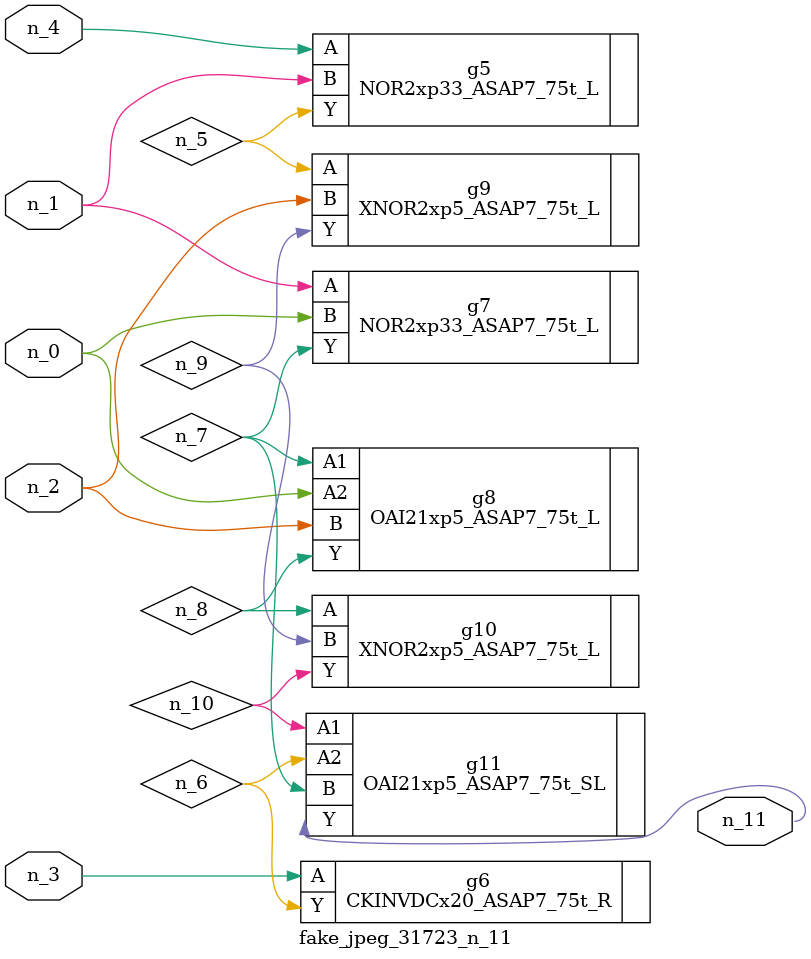
<source format=v>
module fake_jpeg_31723_n_11 (n_3, n_2, n_1, n_0, n_4, n_11);

input n_3;
input n_2;
input n_1;
input n_0;
input n_4;

output n_11;

wire n_10;
wire n_8;
wire n_9;
wire n_6;
wire n_5;
wire n_7;

NOR2xp33_ASAP7_75t_L g5 ( 
.A(n_4),
.B(n_1),
.Y(n_5)
);

CKINVDCx20_ASAP7_75t_R g6 ( 
.A(n_3),
.Y(n_6)
);

NOR2xp33_ASAP7_75t_L g7 ( 
.A(n_1),
.B(n_0),
.Y(n_7)
);

OAI21xp5_ASAP7_75t_L g8 ( 
.A1(n_7),
.A2(n_0),
.B(n_2),
.Y(n_8)
);

XNOR2xp5_ASAP7_75t_L g10 ( 
.A(n_8),
.B(n_9),
.Y(n_10)
);

XNOR2xp5_ASAP7_75t_L g9 ( 
.A(n_5),
.B(n_2),
.Y(n_9)
);

OAI21xp5_ASAP7_75t_SL g11 ( 
.A1(n_10),
.A2(n_6),
.B(n_7),
.Y(n_11)
);


endmodule
</source>
